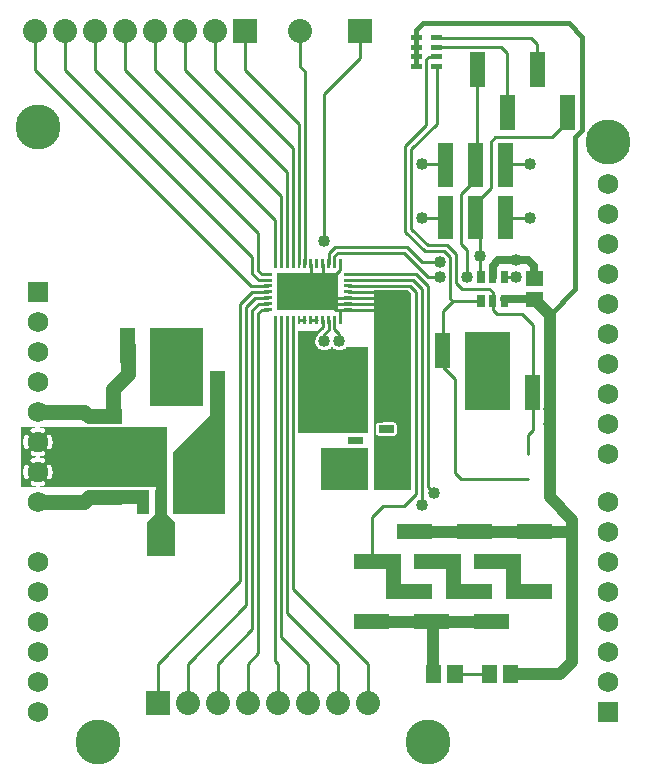
<source format=gbr>
G04 start of page 2 for group 0 idx 0 *
G04 Title: (unknown), component *
G04 Creator: pcb 20140316 *
G04 CreationDate: Wed 25 Nov 2015 05:30:27 PM GMT UTC *
G04 For: ndholmes *
G04 Format: Gerber/RS-274X *
G04 PCB-Dimensions (mil): 2100.00 2700.00 *
G04 PCB-Coordinate-Origin: lower left *
%MOIN*%
%FSLAX25Y25*%
%LNTOP*%
%ADD36C,0.0480*%
%ADD35C,0.1285*%
%ADD34C,0.0380*%
%ADD33C,0.0200*%
%ADD32R,0.0244X0.0244*%
%ADD31R,0.0490X0.0490*%
%ADD30R,0.0700X0.0700*%
%ADD29R,0.1240X0.1240*%
%ADD28R,0.0098X0.0098*%
%ADD27R,0.0167X0.0167*%
%ADD26R,0.0240X0.0240*%
%ADD25R,0.0945X0.0945*%
%ADD24R,0.0378X0.0378*%
%ADD23R,0.0500X0.0500*%
%ADD22R,0.0512X0.0512*%
%ADD21C,0.0800*%
%ADD20C,0.1500*%
%ADD19C,0.0680*%
%ADD18C,0.0150*%
%ADD17C,0.0450*%
%ADD16C,0.0500*%
%ADD15C,0.0350*%
%ADD14C,0.0400*%
%ADD13C,0.0250*%
%ADD12C,0.0100*%
%ADD11C,0.0001*%
G54D11*G36*
X126158Y160469D02*X133410D01*
X134500Y159379D01*
Y94000D01*
X126158D01*
Y112024D01*
X128716Y112029D01*
X128869Y112066D01*
X129015Y112126D01*
X129149Y112208D01*
X129269Y112310D01*
X129371Y112430D01*
X129453Y112564D01*
X129513Y112710D01*
X129550Y112863D01*
X129559Y113020D01*
X129550Y115617D01*
X129513Y115770D01*
X129453Y115916D01*
X129371Y116050D01*
X129269Y116170D01*
X129149Y116272D01*
X129015Y116354D01*
X128869Y116414D01*
X128716Y116451D01*
X128559Y116460D01*
X126158Y116456D01*
Y160469D01*
G37*
G36*
X122000Y94000D02*Y160469D01*
X126158D01*
Y116456D01*
X123599Y116451D01*
X123446Y116414D01*
X123300Y116354D01*
X123166Y116272D01*
X123046Y116170D01*
X122944Y116050D01*
X122862Y115916D01*
X122802Y115770D01*
X122765Y115617D01*
X122756Y115460D01*
X122765Y112863D01*
X122802Y112710D01*
X122862Y112564D01*
X122944Y112430D01*
X123046Y112310D01*
X123166Y112208D01*
X123300Y112126D01*
X123446Y112066D01*
X123599Y112029D01*
X123756Y112020D01*
X126158Y112024D01*
Y94000D01*
X122000D01*
G37*
G36*
X96579Y141500D02*X103263D01*
X103372Y141372D01*
X103731Y141065D01*
X104134Y140819D01*
X104570Y140638D01*
X105029Y140528D01*
X105500Y140491D01*
X105971Y140528D01*
X106430Y140638D01*
X106866Y140819D01*
X107269Y141065D01*
X107628Y141372D01*
X107737Y141500D01*
X108263D01*
X108372Y141372D01*
X108731Y141065D01*
X109134Y140819D01*
X109570Y140638D01*
X110029Y140528D01*
X110500Y140491D01*
X110971Y140528D01*
X111430Y140638D01*
X111866Y140819D01*
X112269Y141065D01*
X112628Y141372D01*
X112737Y141500D01*
X120000D01*
Y113000D01*
X96579D01*
Y141500D01*
G37*
G36*
Y147000D02*X103500D01*
Y145737D01*
X103372Y145628D01*
X103065Y145269D01*
X102819Y144866D01*
X102638Y144430D01*
X102528Y143971D01*
X102491Y143500D01*
X102528Y143029D01*
X102638Y142570D01*
X102819Y142134D01*
X103065Y141731D01*
X103372Y141372D01*
X103500Y141263D01*
Y134500D01*
X96579D01*
Y147000D01*
G37*
G36*
X113000Y94000D02*Y108000D01*
X120000D01*
Y94000D01*
X113000D01*
G37*
G36*
X114500D02*X104500D01*
Y108000D01*
X114500D01*
Y94000D01*
G37*
G36*
X13964Y115000D02*X26863D01*
X27000Y114989D01*
X27137Y115000D01*
X31707D01*
X31738Y114987D01*
X31891Y114950D01*
X32048Y114941D01*
X38109Y114950D01*
X38262Y114987D01*
X38293Y115000D01*
X53000D01*
Y95000D01*
X38137D01*
X38109Y95007D01*
X37952Y95016D01*
X31891Y95007D01*
X31863Y95000D01*
X13964D01*
Y97564D01*
X14049Y97589D01*
X14155Y97639D01*
X14253Y97706D01*
X14339Y97787D01*
X14411Y97880D01*
X14466Y97984D01*
X14641Y98412D01*
X14770Y98855D01*
X14857Y99309D01*
X14900Y99769D01*
Y100231D01*
X14857Y100691D01*
X14770Y101145D01*
X14641Y101588D01*
X14471Y102018D01*
X14415Y102122D01*
X14342Y102216D01*
X14255Y102297D01*
X14157Y102364D01*
X14050Y102414D01*
X13964Y102440D01*
Y107564D01*
X14049Y107589D01*
X14155Y107639D01*
X14253Y107706D01*
X14339Y107787D01*
X14411Y107880D01*
X14466Y107984D01*
X14641Y108412D01*
X14770Y108855D01*
X14857Y109309D01*
X14900Y109769D01*
Y110231D01*
X14857Y110691D01*
X14770Y111145D01*
X14641Y111588D01*
X14471Y112018D01*
X14415Y112122D01*
X14342Y112216D01*
X14255Y112297D01*
X14157Y112364D01*
X14050Y112414D01*
X13964Y112440D01*
Y115000D01*
G37*
G36*
X10002D02*X13964D01*
Y112440D01*
X13936Y112448D01*
X13818Y112462D01*
X13700Y112459D01*
X13583Y112437D01*
X13472Y112396D01*
X13368Y112339D01*
X13274Y112266D01*
X13193Y112180D01*
X13126Y112082D01*
X13075Y111975D01*
X13042Y111861D01*
X13027Y111743D01*
X13031Y111624D01*
X13053Y111508D01*
X13096Y111397D01*
X13217Y111101D01*
X13306Y110793D01*
X13366Y110479D01*
X13396Y110160D01*
Y109840D01*
X13366Y109521D01*
X13306Y109207D01*
X13217Y108899D01*
X13099Y108601D01*
X13057Y108491D01*
X13035Y108375D01*
X13031Y108257D01*
X13046Y108140D01*
X13079Y108027D01*
X13129Y107920D01*
X13196Y107822D01*
X13276Y107736D01*
X13370Y107664D01*
X13473Y107607D01*
X13584Y107567D01*
X13700Y107545D01*
X13818Y107541D01*
X13935Y107556D01*
X13964Y107564D01*
Y102440D01*
X13936Y102448D01*
X13818Y102462D01*
X13700Y102459D01*
X13583Y102437D01*
X13472Y102396D01*
X13368Y102339D01*
X13274Y102266D01*
X13193Y102180D01*
X13126Y102082D01*
X13075Y101975D01*
X13042Y101861D01*
X13027Y101743D01*
X13031Y101624D01*
X13053Y101508D01*
X13096Y101397D01*
X13217Y101101D01*
X13306Y100793D01*
X13366Y100479D01*
X13396Y100160D01*
Y99840D01*
X13366Y99521D01*
X13306Y99207D01*
X13217Y98899D01*
X13099Y98601D01*
X13057Y98491D01*
X13035Y98375D01*
X13031Y98257D01*
X13046Y98140D01*
X13079Y98027D01*
X13129Y97920D01*
X13196Y97822D01*
X13276Y97736D01*
X13370Y97664D01*
X13473Y97607D01*
X13584Y97567D01*
X13700Y97545D01*
X13818Y97541D01*
X13935Y97556D01*
X13964Y97564D01*
Y95000D01*
X10002D01*
Y95100D01*
X10231D01*
X10691Y95143D01*
X11145Y95230D01*
X11588Y95359D01*
X12018Y95529D01*
X12122Y95585D01*
X12216Y95658D01*
X12297Y95745D01*
X12364Y95843D01*
X12414Y95950D01*
X12448Y96064D01*
X12462Y96182D01*
X12459Y96300D01*
X12436Y96417D01*
X12396Y96528D01*
X12339Y96632D01*
X12266Y96726D01*
X12180Y96807D01*
X12082Y96874D01*
X11975Y96925D01*
X11861Y96958D01*
X11743Y96973D01*
X11624Y96969D01*
X11508Y96947D01*
X11397Y96904D01*
X11101Y96783D01*
X10793Y96694D01*
X10479Y96634D01*
X10160Y96604D01*
X10002D01*
Y103396D01*
X10160D01*
X10479Y103366D01*
X10793Y103306D01*
X11101Y103217D01*
X11399Y103099D01*
X11509Y103057D01*
X11625Y103035D01*
X11743Y103031D01*
X11860Y103046D01*
X11973Y103079D01*
X12080Y103129D01*
X12178Y103196D01*
X12264Y103276D01*
X12336Y103370D01*
X12393Y103473D01*
X12433Y103584D01*
X12455Y103700D01*
X12459Y103818D01*
X12444Y103935D01*
X12411Y104049D01*
X12361Y104155D01*
X12294Y104253D01*
X12213Y104339D01*
X12120Y104411D01*
X12016Y104466D01*
X11588Y104641D01*
X11145Y104770D01*
X10691Y104857D01*
X10231Y104900D01*
X10002D01*
Y105100D01*
X10231D01*
X10691Y105143D01*
X11145Y105230D01*
X11588Y105359D01*
X12018Y105529D01*
X12122Y105585D01*
X12216Y105658D01*
X12297Y105745D01*
X12364Y105843D01*
X12414Y105950D01*
X12448Y106064D01*
X12462Y106182D01*
X12459Y106300D01*
X12436Y106417D01*
X12396Y106528D01*
X12339Y106632D01*
X12266Y106726D01*
X12180Y106807D01*
X12082Y106874D01*
X11975Y106925D01*
X11861Y106958D01*
X11743Y106973D01*
X11624Y106969D01*
X11508Y106947D01*
X11397Y106904D01*
X11101Y106783D01*
X10793Y106694D01*
X10479Y106634D01*
X10160Y106604D01*
X10002D01*
Y113396D01*
X10160D01*
X10479Y113366D01*
X10793Y113306D01*
X11101Y113217D01*
X11399Y113099D01*
X11509Y113057D01*
X11625Y113035D01*
X11743Y113031D01*
X11860Y113046D01*
X11973Y113079D01*
X12080Y113129D01*
X12178Y113196D01*
X12264Y113276D01*
X12336Y113370D01*
X12393Y113473D01*
X12433Y113584D01*
X12455Y113700D01*
X12459Y113818D01*
X12444Y113935D01*
X12411Y114049D01*
X12361Y114155D01*
X12294Y114253D01*
X12213Y114339D01*
X12120Y114411D01*
X12016Y114466D01*
X11588Y114641D01*
X11145Y114770D01*
X10691Y114857D01*
X10231Y114900D01*
X10002D01*
Y115000D01*
G37*
G36*
X6036D02*X10002D01*
Y114900D01*
X9769D01*
X9309Y114857D01*
X8855Y114770D01*
X8412Y114641D01*
X7982Y114471D01*
X7878Y114415D01*
X7784Y114342D01*
X7703Y114255D01*
X7636Y114157D01*
X7586Y114050D01*
X7552Y113936D01*
X7538Y113818D01*
X7541Y113700D01*
X7563Y113583D01*
X7604Y113472D01*
X7661Y113368D01*
X7734Y113274D01*
X7820Y113193D01*
X7918Y113126D01*
X8025Y113075D01*
X8139Y113042D01*
X8257Y113027D01*
X8376Y113031D01*
X8492Y113053D01*
X8603Y113096D01*
X8899Y113217D01*
X9207Y113306D01*
X9521Y113366D01*
X9840Y113396D01*
X10002D01*
Y106604D01*
X9840D01*
X9521Y106634D01*
X9207Y106694D01*
X8899Y106783D01*
X8601Y106901D01*
X8491Y106943D01*
X8375Y106965D01*
X8257Y106969D01*
X8140Y106954D01*
X8027Y106921D01*
X7920Y106871D01*
X7822Y106804D01*
X7736Y106724D01*
X7664Y106630D01*
X7607Y106527D01*
X7567Y106416D01*
X7545Y106300D01*
X7541Y106182D01*
X7556Y106065D01*
X7589Y105951D01*
X7639Y105845D01*
X7706Y105747D01*
X7787Y105661D01*
X7880Y105589D01*
X7984Y105534D01*
X8412Y105359D01*
X8855Y105230D01*
X9309Y105143D01*
X9769Y105100D01*
X10002D01*
Y104900D01*
X9769D01*
X9309Y104857D01*
X8855Y104770D01*
X8412Y104641D01*
X7982Y104471D01*
X7878Y104415D01*
X7784Y104342D01*
X7703Y104255D01*
X7636Y104157D01*
X7586Y104050D01*
X7552Y103936D01*
X7538Y103818D01*
X7541Y103700D01*
X7563Y103583D01*
X7604Y103472D01*
X7661Y103368D01*
X7734Y103274D01*
X7820Y103193D01*
X7918Y103126D01*
X8025Y103075D01*
X8139Y103042D01*
X8257Y103027D01*
X8376Y103031D01*
X8492Y103053D01*
X8603Y103096D01*
X8899Y103217D01*
X9207Y103306D01*
X9521Y103366D01*
X9840Y103396D01*
X10002D01*
Y96604D01*
X9840D01*
X9521Y96634D01*
X9207Y96694D01*
X8899Y96783D01*
X8601Y96901D01*
X8491Y96943D01*
X8375Y96965D01*
X8257Y96969D01*
X8140Y96954D01*
X8027Y96921D01*
X7920Y96871D01*
X7822Y96804D01*
X7736Y96724D01*
X7664Y96630D01*
X7607Y96527D01*
X7567Y96416D01*
X7545Y96300D01*
X7541Y96182D01*
X7556Y96065D01*
X7589Y95951D01*
X7639Y95845D01*
X7706Y95747D01*
X7787Y95661D01*
X7880Y95589D01*
X7984Y95534D01*
X8412Y95359D01*
X8855Y95230D01*
X9309Y95143D01*
X9769Y95100D01*
X10002D01*
Y95000D01*
X6036D01*
Y97560D01*
X6064Y97552D01*
X6182Y97538D01*
X6300Y97541D01*
X6417Y97564D01*
X6528Y97604D01*
X6632Y97661D01*
X6726Y97734D01*
X6807Y97820D01*
X6874Y97918D01*
X6925Y98025D01*
X6958Y98139D01*
X6973Y98257D01*
X6969Y98376D01*
X6947Y98492D01*
X6904Y98603D01*
X6783Y98899D01*
X6694Y99207D01*
X6634Y99521D01*
X6604Y99840D01*
Y100160D01*
X6634Y100479D01*
X6694Y100793D01*
X6783Y101101D01*
X6901Y101399D01*
X6943Y101509D01*
X6965Y101625D01*
X6969Y101743D01*
X6954Y101860D01*
X6921Y101973D01*
X6871Y102080D01*
X6804Y102178D01*
X6724Y102264D01*
X6630Y102336D01*
X6527Y102393D01*
X6416Y102433D01*
X6300Y102455D01*
X6182Y102459D01*
X6065Y102444D01*
X6036Y102436D01*
Y107560D01*
X6064Y107552D01*
X6182Y107538D01*
X6300Y107541D01*
X6417Y107564D01*
X6528Y107604D01*
X6632Y107661D01*
X6726Y107734D01*
X6807Y107820D01*
X6874Y107918D01*
X6925Y108025D01*
X6958Y108139D01*
X6973Y108257D01*
X6969Y108376D01*
X6947Y108492D01*
X6904Y108603D01*
X6783Y108899D01*
X6694Y109207D01*
X6634Y109521D01*
X6604Y109840D01*
Y110160D01*
X6634Y110479D01*
X6694Y110793D01*
X6783Y111101D01*
X6901Y111399D01*
X6943Y111509D01*
X6965Y111625D01*
X6969Y111743D01*
X6954Y111860D01*
X6921Y111973D01*
X6871Y112080D01*
X6804Y112178D01*
X6724Y112264D01*
X6630Y112336D01*
X6527Y112393D01*
X6416Y112433D01*
X6300Y112455D01*
X6182Y112459D01*
X6065Y112444D01*
X6036Y112436D01*
Y115000D01*
G37*
G36*
X4500D02*X6036D01*
Y112436D01*
X5951Y112411D01*
X5845Y112361D01*
X5747Y112294D01*
X5661Y112213D01*
X5589Y112120D01*
X5534Y112016D01*
X5359Y111588D01*
X5230Y111145D01*
X5143Y110691D01*
X5100Y110231D01*
Y109769D01*
X5143Y109309D01*
X5230Y108855D01*
X5359Y108412D01*
X5529Y107982D01*
X5585Y107878D01*
X5658Y107784D01*
X5745Y107703D01*
X5843Y107636D01*
X5950Y107586D01*
X6036Y107560D01*
Y102436D01*
X5951Y102411D01*
X5845Y102361D01*
X5747Y102294D01*
X5661Y102213D01*
X5589Y102120D01*
X5534Y102016D01*
X5359Y101588D01*
X5230Y101145D01*
X5143Y100691D01*
X5100Y100231D01*
Y99769D01*
X5143Y99309D01*
X5230Y98855D01*
X5359Y98412D01*
X5529Y97982D01*
X5585Y97878D01*
X5658Y97784D01*
X5745Y97703D01*
X5843Y97636D01*
X5950Y97586D01*
X6036Y97560D01*
Y95000D01*
X4500D01*
Y115000D01*
G37*
G36*
X55000Y86000D02*Y106500D01*
X67500Y119000D01*
Y124000D01*
X72500D01*
Y86000D01*
X55000D01*
G37*
G36*
X47500Y122000D02*Y148000D01*
X65000D01*
Y122000D01*
X47500D01*
G37*
G36*
X126000Y72500D02*X131000D01*
Y57500D01*
X126000D01*
Y72500D01*
G37*
G36*
X146000D02*X151000D01*
Y57500D01*
X146000D01*
Y72500D01*
G37*
G36*
X166000D02*X171000D01*
Y57500D01*
X166000D01*
Y72500D01*
G37*
G36*
X152500Y120500D02*Y146500D01*
X167500D01*
Y120500D01*
X152500D01*
G37*
G54D12*X165500Y165000D02*X169500D01*
G54D13*X175500Y168500D02*Y164543D01*
X163500Y170500D02*X173500D01*
X175500Y168500D01*
G54D12*X157700Y156800D02*X148300D01*
G54D13*X175500Y157457D02*X165543D01*
X165500Y157500D01*
G54D12*X160500Y161000D02*X151500D01*
X149500Y163000D01*
X161600Y156800D02*Y153900D01*
G54D13*Y165000D02*Y168600D01*
X163500Y170500D01*
G54D12*X161600Y157400D02*Y159900D01*
X160500Y161000D01*
X161600Y153900D02*X163000Y152500D01*
X171500D01*
X157500Y172000D02*Y165000D01*
X147500Y157600D02*Y171500D01*
X149500Y163000D02*Y172500D01*
X153000Y165000D02*Y174000D01*
X110827Y169449D02*Y167327D01*
X108500Y165000D01*
X104921Y169449D02*Y165000D01*
X100984Y169449D02*Y165000D01*
X108858Y169449D02*Y171858D01*
X106890Y169449D02*Y172890D01*
X109000Y175000D01*
X108858Y171858D02*X110000Y173000D01*
X86614Y165906D02*X84594D01*
X83500Y167000D01*
X83563Y163937D02*X81500Y166000D01*
Y171500D01*
X86614Y160000D02*X81500D01*
X86614Y163937D02*X83563D01*
X86614Y161969D02*X81031D01*
X171500Y152500D02*X175000Y149000D01*
Y122914D01*
G54D14*X180543Y152414D02*X175500Y157457D01*
X180543Y99457D02*Y91543D01*
X135500Y80000D02*X177500D01*
G54D12*X148957Y99543D02*X151000Y97500D01*
X173457D01*
X175000Y122914D02*Y114500D01*
G54D14*X180543Y97500D02*Y152414D01*
G54D12*X173414Y106000D02*Y112414D01*
X175000Y114000D01*
Y118000D01*
X148957Y113957D02*Y99543D01*
X148300Y156800D02*X147500Y157600D01*
X110000Y173000D02*X132000D01*
X109000Y175000D02*X133000D01*
X132000Y173000D02*X140000Y165000D01*
X133000Y175000D02*X138000Y170000D01*
X136094Y165906D02*X140000Y162000D01*
X135063Y163937D02*X138000Y161000D01*
X134031Y161969D02*X136000Y160000D01*
X140000Y165000D02*X144000D01*
X113386Y165906D02*X136094D01*
X113386Y163937D02*X135063D01*
X113386Y161969D02*X134031D01*
X138000Y170000D02*X144000D01*
X147500Y171500D02*X145500Y173500D01*
X139000D01*
G54D15*X51000Y86084D02*Y96000D01*
G54D16*X25500Y90000D02*X10000D01*
X35000Y91457D02*X26957D01*
X25500Y90000D01*
G54D17*X35000Y91457D02*X44500D01*
G54D16*X10000Y120000D02*X25500D01*
X27000Y118500D01*
X35000D01*
Y127500D01*
X40000Y132500D01*
Y142000D01*
G54D12*X97047Y150551D02*X99016D01*
X95079D02*Y60921D01*
X110500Y146000D02*Y143500D01*
X106890Y147390D02*X105500Y146000D01*
Y143500D01*
X104921Y150551D02*Y148421D01*
X101500Y145000D01*
X148957Y110500D02*Y131043D01*
X136000Y92500D02*X132000Y88500D01*
X125000D01*
X121500Y85000D01*
X140000Y95000D02*X142000Y93000D01*
X148957Y131043D02*X145000Y135000D01*
G54D18*X189000Y160871D02*X180543Y152414D01*
G54D12*X148300Y156800D02*X145000Y153500D01*
Y135000D02*Y153500D01*
X136000Y160000D02*Y92500D01*
X138000Y161000D02*Y89000D01*
X140000Y162000D02*Y95000D01*
X95079Y60921D02*X120000Y36000D01*
Y23000D01*
X93110Y52890D02*X110000Y36000D01*
Y23000D01*
X91142Y44858D02*X100000Y36000D01*
Y23000D01*
X93110Y150551D02*Y52890D01*
X91142Y150551D02*Y44858D01*
X89173Y150551D02*Y36827D01*
X90000Y36000D01*
X83500Y39500D02*X80000Y36000D01*
X81500Y47500D02*X70000Y36000D01*
X79500Y55500D02*X60000Y36000D01*
X77500Y63500D02*X50000Y36000D01*
X90000D02*Y23000D01*
X80000Y36000D02*Y23000D01*
X70000Y36000D02*Y23000D01*
X60000Y36000D02*Y23000D01*
X50000Y36000D02*Y23000D01*
X83500Y153000D02*Y39500D01*
X81500Y154000D02*Y47500D01*
X79500Y155000D02*Y55500D01*
X77500Y156000D02*Y63500D01*
G54D14*X121327Y50000D02*X161327D01*
G54D12*X121500Y85000D02*Y70173D01*
X160457Y32500D02*X149000D01*
G54D14*X141690D02*Y50000D01*
X167543Y32500D02*X184000D01*
X188000Y36500D01*
Y84043D01*
X180543Y91500D01*
X172500Y80000D02*X188000D01*
G54D12*X86614Y154094D02*X84594D01*
X83500Y153000D01*
X86614Y156063D02*X83563D01*
X81500Y154000D01*
X86614Y158031D02*X82531D01*
X79500Y155000D01*
X81500Y160000D02*X77500Y156000D01*
X97047Y215953D02*X79000Y234000D01*
Y247000D01*
X95079Y207921D02*X69000Y234000D01*
Y247000D01*
X93110Y199890D02*X59000Y234000D01*
Y247000D01*
X91142Y191858D02*X49000Y234000D01*
Y247000D01*
X89173Y183827D02*X39000Y234000D01*
Y247000D01*
X29000Y234000D02*Y247000D01*
X19000Y234000D02*Y247000D01*
X9000Y234000D02*Y247000D01*
X83500Y179500D02*X29000Y234000D01*
X81500Y171500D02*X19000Y234000D01*
X81031Y161969D02*X9000Y234000D01*
X100984Y150551D02*X102953D01*
X109000Y158031D02*X124000D01*
X109000Y156063D02*X124000D01*
X109000Y154094D02*X124000D01*
X113386Y160000D02*X124000D01*
X110827Y150551D02*Y154094D01*
X93110Y169449D02*Y199890D01*
X91142Y169449D02*Y191858D01*
X89173Y169449D02*Y183827D01*
X83500Y167000D02*Y179500D01*
X108858Y150551D02*Y147642D01*
X110500Y146000D01*
X106890Y150551D02*Y147390D01*
X105500Y177000D02*Y226000D01*
X117500Y238000D01*
Y247000D01*
X99016Y169449D02*Y233484D01*
X97500Y235000D01*
Y247000D01*
X97047Y169449D02*Y215953D01*
X95079Y169449D02*Y207921D01*
X142848Y241575D02*X164425D01*
X142848Y244724D02*X174276D01*
X176500Y242500D01*
G54D18*X138500Y249500D02*X187000D01*
X191500Y245000D02*X187000Y249500D01*
G54D12*X164425Y241575D02*X166500Y239500D01*
Y219914D01*
X176500Y242500D02*Y234086D01*
X142848Y238425D02*X140425D01*
X139500Y237500D01*
G54D18*X136152Y235276D02*Y247152D01*
X138500Y249500D01*
G54D12*X143000Y216000D02*Y235276D01*
X139500Y237500D02*Y215500D01*
X162500Y211500D02*X181500D01*
X174000Y202500D02*X166000D01*
X181500Y211500D02*X186500Y216500D01*
G54D18*X191500Y214000D02*Y245000D01*
G54D12*X134500Y181000D02*Y207500D01*
X132500Y208500D02*Y180000D01*
X138000Y202500D02*X146000D01*
X134500Y207500D02*X143000Y216000D01*
X139500Y215500D02*X132500Y208500D01*
X138000Y184500D02*X146000D01*
X149500Y172500D02*X146500Y175500D01*
X140000D01*
X134500Y181000D01*
X139000Y173500D02*X132500Y180000D01*
X157500Y172500D02*Y184760D01*
X174000Y184500D02*X166000D01*
G54D18*X189000Y160871D02*Y211500D01*
X191500Y214000D01*
G54D12*X156500Y234086D02*Y202240D01*
X153000Y174000D02*X151000Y176000D01*
Y192500D01*
X156000Y197500D01*
Y189500D02*X161000Y194500D01*
Y210000D01*
X162500Y211500D01*
G54D11*G36*
X196600Y23400D02*Y16600D01*
X203400D01*
Y23400D01*
X196600D01*
G37*
G54D19*X200000Y30000D03*
Y40000D03*
Y50000D03*
Y60000D03*
Y70000D03*
G54D20*X140000Y10000D03*
G54D19*X10000Y130000D03*
Y120000D03*
Y110000D03*
Y100000D03*
G54D11*G36*
X6600Y163400D02*Y156600D01*
X13400D01*
Y163400D01*
X6600D01*
G37*
G54D19*X10000Y150000D03*
Y140000D03*
G54D20*Y215000D03*
G54D11*G36*
X75000Y251000D02*Y243000D01*
X83000D01*
Y251000D01*
X75000D01*
G37*
G36*
X113500D02*Y243000D01*
X121500D01*
Y251000D01*
X113500D01*
G37*
G54D21*X97500Y247000D03*
X69000D03*
X59000D03*
X49000D03*
X39000D03*
X29000D03*
X19000D03*
X9000D03*
G54D19*X200000Y80000D03*
Y90000D03*
Y106000D03*
Y116000D03*
Y126000D03*
Y136000D03*
Y146000D03*
Y156000D03*
Y166000D03*
Y176000D03*
Y186000D03*
Y196000D03*
G54D20*Y210000D03*
G54D19*X10000Y90000D03*
Y70000D03*
Y60000D03*
Y50000D03*
Y40000D03*
Y30000D03*
Y20000D03*
G54D20*X30000Y10000D03*
G54D11*G36*
X46000Y27000D02*Y19000D01*
X54000D01*
Y27000D01*
X46000D01*
G37*
G54D21*X60000Y23000D03*
X70000D03*
X80000D03*
X90000D03*
X100000D03*
X110000D03*
X120000D03*
G54D22*X57543Y102393D02*Y101607D01*
G54D23*X60000Y145327D02*Y138674D01*
X70000Y131154D02*Y124501D01*
G54D22*X50457Y102393D02*Y101607D01*
G54D24*X51000Y91989D02*Y80179D01*
G54D25*Y78445D02*Y76555D01*
G54D11*G36*
X52885Y86010D02*X55725Y83170D01*
X54305Y81750D01*
X51465Y84590D01*
X52885Y86010D01*
G37*
G36*
X46275Y83170D02*X49115Y86010D01*
X50535Y84590D01*
X47695Y81750D01*
X46275Y83170D01*
G37*
G54D24*X45094Y91989D02*Y87895D01*
G54D22*X34607Y98543D02*X35393D01*
X34607Y91457D02*X35393D01*
G54D24*X56906Y91989D02*Y87895D01*
G54D22*X34607Y111414D02*X35393D01*
X34607Y118500D02*X35393D01*
G54D23*X40000Y145327D02*Y138674D01*
X50000Y131154D02*Y124501D01*
G54D26*X165500Y165800D02*Y164200D01*
X161600Y165800D02*Y164200D01*
X157700Y165800D02*Y164200D01*
Y157600D02*Y156000D01*
X161600Y157600D02*Y156000D01*
X165500Y157600D02*Y156000D01*
G54D22*X175107Y157457D02*X175893D01*
X175107Y164543D02*X175893D01*
G54D23*X175000Y129740D02*Y123087D01*
X165000Y143913D02*Y137260D01*
X145000Y143913D02*Y137260D01*
X155000Y129740D02*Y123087D01*
G54D22*X160457Y32893D02*Y32107D01*
G54D23*X158001Y50000D02*X164654D01*
X138001D02*X144654D01*
G54D22*X141914Y32893D02*Y32107D01*
X149000Y32893D02*Y32107D01*
X167543Y32893D02*Y32107D01*
G54D23*X172174Y80000D02*X178827D01*
X158001Y70000D02*X164654D01*
X172174Y60000D02*X178827D01*
X152174Y80000D02*X158827D01*
X138001Y70000D02*X144654D01*
X152174Y60000D02*X158827D01*
X132174Y80000D02*X138827D01*
X132174Y60000D02*X138827D01*
G54D27*X135217Y244724D02*X137087D01*
X135217Y241575D02*X137087D01*
X135217Y238425D02*X137087D01*
X135217Y235276D02*X137087D01*
X141913D02*X143783D01*
X141913Y238425D02*X143783D01*
X141913Y241575D02*X143783D01*
X141913Y244724D02*X143783D01*
G54D23*X186500Y223240D02*Y216587D01*
X176500Y237413D02*Y230760D01*
X156500Y237413D02*Y230760D01*
X166500Y223240D02*Y216587D01*
X146000Y189504D02*Y180016D01*
X156000Y189504D02*Y180016D01*
X166000Y189504D02*Y180016D01*
Y206984D02*Y197496D01*
X156000Y206984D02*Y197496D01*
X146000Y206984D02*Y197496D01*
G54D28*X110827Y170335D02*Y168563D01*
X108858Y170335D02*Y168563D01*
X106890Y170335D02*Y168563D01*
X104921Y170335D02*Y168563D01*
X112500Y165906D02*X114272D01*
X102953Y170335D02*Y168563D01*
X100984Y170335D02*Y168563D01*
X99016Y170335D02*Y168563D01*
X97047Y170335D02*Y168563D01*
X95079Y170335D02*Y168563D01*
X93110Y170335D02*Y168563D01*
X91142Y170335D02*Y168563D01*
X89173Y170335D02*Y168563D01*
X85728Y165906D02*X87500D01*
X85728Y163937D02*X87500D01*
X85728Y161969D02*X87500D01*
X85728Y160000D02*X87500D01*
X85728Y158031D02*X87500D01*
X85728Y156063D02*X87500D01*
X85728Y154094D02*X87500D01*
X89173Y151437D02*Y149665D01*
X91142Y151437D02*Y149665D01*
X93110Y151437D02*Y149665D01*
X95079Y151437D02*Y149665D01*
X97047Y151437D02*Y149665D01*
X99016Y151437D02*Y149665D01*
X100984Y151437D02*Y149665D01*
X102953Y151437D02*Y149665D01*
X104921Y151437D02*Y149665D01*
X106890Y151437D02*Y149665D01*
X108858Y151437D02*Y149665D01*
X110827Y151437D02*Y149665D01*
X112500Y154094D02*X114272D01*
X112500Y156063D02*X114272D01*
X112500Y158031D02*X114272D01*
X112500Y160000D02*X114272D01*
X112500Y161969D02*X114272D01*
X112500Y163937D02*X114272D01*
G54D29*X96062Y160000D02*X103938D01*
G54D30*X97500D02*X102500D01*
G54D31*X116500Y137300D02*Y133700D01*
X126500Y137300D02*Y133700D01*
G54D22*X117457Y123893D02*Y123107D01*
X124543Y123893D02*Y123107D01*
G54D32*X124976Y106760D02*X127339D01*
X124976Y110500D02*X127339D01*
X124976Y114240D02*X127339D01*
X114661D02*X117024D01*
X114661Y110500D02*X117024D01*
X114661Y106760D02*X117024D01*
G54D22*X117457Y97393D02*Y96607D01*
X124543Y97393D02*Y96607D01*
G54D23*X118001Y70000D02*X124654D01*
X118001Y50000D02*X124654D01*
G54D14*X169500Y165000D03*
X153000D03*
X132000Y141000D03*
Y146000D03*
Y151000D03*
Y156000D03*
X157500Y172000D03*
X160000Y133500D03*
X180500Y116000D03*
Y121000D03*
X169500Y170500D03*
X144000Y165000D03*
Y170000D03*
X132000Y103000D03*
Y111000D03*
X107000Y105500D03*
X132000Y136000D03*
X105500Y143500D03*
X110500D03*
X99500Y142500D03*
Y137500D03*
Y132500D03*
Y127500D03*
Y122500D03*
Y117500D03*
X132000Y116000D03*
Y126000D03*
Y131000D03*
Y121000D03*
X138000Y89000D03*
X142000Y93000D03*
X105500Y177000D03*
X138000Y202500D03*
Y184500D03*
X174000Y202500D03*
Y184500D03*
X42000Y111000D03*
Y105000D03*
Y99000D03*
X18000Y105000D03*
X23500D03*
X29000D03*
X62500Y124500D03*
X55500D03*
X59000Y128000D03*
X55500Y131500D03*
X62500D03*
X130500Y50000D03*
X148500Y65000D03*
X168414D03*
G54D33*G54D34*G54D35*G54D34*G54D35*G54D36*G54D34*G54D35*G54D34*G54D35*G54D36*M02*

</source>
